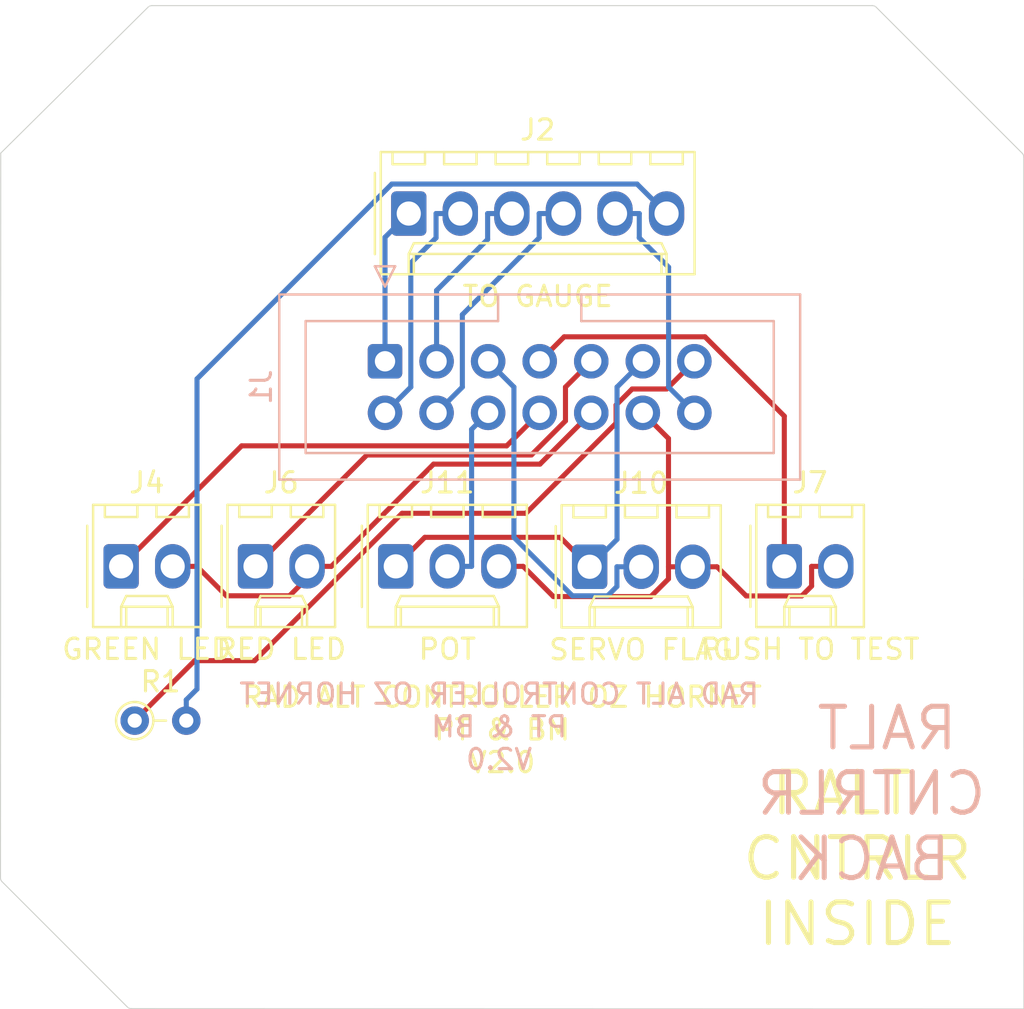
<source format=kicad_pcb>
(kicad_pcb (version 20221018) (generator pcbnew)
  (title_block (title "ABSIS NANO 2.0") (date "jeu. 02 avril 2015") (rev "1") (company "OPENHORNET") (comment 1 "CC BY-NC-SA"))
  (layers (0 "F.Cu" signal) (31 "B.Cu" signal) (34 "B.Paste" user) (35 "F.Paste" user) (36 "B.SilkS" user "B.Silkscreen") (37 "F.SilkS" user "F.Silkscreen") (38 "B.Mask" user) (39 "F.Mask" user) (44 "Edge.Cuts" user))
  (net 0 "")
  (net 1 "/LEDGND")
  (net 2 "/COIL-1")
  (net 3 "/COIL-2")
  (net 4 "/COIL-3")
  (net 5 "/COIL-4")
  (net 6 "/SERVO")
  (net 7 "/BL{slash}12+")
  (net 8 "/BL{slash}12-")
  (net 9 "/GN_LED")
  (net 10 "/POT")
  (net 11 "/PUSH_BUT")
  (net 12 "/GND")
  (net 13 "/RD_LED")
  (net 14 "/5V")
  (net 15 "/BLGND")
  (footprint "MountingHole:MountingHole_2.5mm" (layer "F.Cu") (at 34.81 50.81)
    (fp_text reference "MK1" hide)
    (fp_text value "MH")
    (pad "" np_thru_hole circle (at 0 0) (size 2.5 2.5) (drill 2.5) (layers "*.Cu" "*.Mask"))
  )
  (footprint "MountingHole:MountingHole_2.5mm" (layer "F.Cu") (at 31.81 91.81)
    (fp_text reference "MK2" hide)
    (fp_text value "MH")
    (pad "" np_thru_hole circle (at 0 0) (size 2.5 2.5) (drill 2.5) (layers "*.Cu" "*.Mask"))
  )
  (footprint "MountingHole:MountingHole_2.5mm" (layer "F.Cu") (at 71.81 54.81)
    (fp_text reference "MK3" hide)
    (fp_text value "MH")
    (pad "" np_thru_hole circle (at 0 0) (size 2.5 2.5) (drill 2.5) (layers "*.Cu" "*.Mask"))
  )
  (footprint "Connector_Molex:Molex_KK-254_AE-6410-02A_1x02_P2.54mm_Vertical" (layer "F.Cu") (at 64.66 75.21)
    (fp_text reference "J7" (at 1.27 -4.12) (layer "F.SilkS"))
    (fp_text value "PUSH TO TEST" (at 1.27 4.08) (layer "F.SilkS"))
    (fp_line (start -1.67 -2) (end -1.67 2) (stroke (width 0.12)) (layer "F.SilkS"))
    (fp_line (start -1.38 -3.03) (end -1.38 2.99) (stroke (width 0.12)) (layer "F.SilkS"))
    (fp_line (start -1.38 2.99) (end 3.92 2.99) (stroke (width 0.12)) (layer "F.SilkS"))
    (fp_line (start -0.8 -3.03) (end -0.8 -2.43) (stroke (width 0.12)) (layer "F.SilkS"))
    (fp_line (start -0.8 -2.43) (end 0.8 -2.43) (stroke (width 0.12)) (layer "F.SilkS"))
    (fp_line (start 0 1.99) (end 0.25 1.46) (stroke (width 0.12)) (layer "F.SilkS"))
    (fp_line (start 0 1.99) (end 2.54 1.99) (stroke (width 0.12)) (layer "F.SilkS"))
    (fp_line (start 0 2.99) (end 0 1.99) (stroke (width 0.12)) (layer "F.SilkS"))
    (fp_line (start 0.25 1.46) (end 2.29 1.46) (stroke (width 0.12)) (layer "F.SilkS"))
    (fp_line (start 0.25 2.99) (end 0.25 1.99) (stroke (width 0.12)) (layer "F.SilkS"))
    (fp_line (start 0.8 -2.43) (end 0.8 -3.03) (stroke (width 0.12)) (layer "F.SilkS"))
    (fp_line (start 1.74 -3.03) (end 1.74 -2.43) (stroke (width 0.12)) (layer "F.SilkS"))
    (fp_line (start 1.74 -2.43) (end 3.34 -2.43) (stroke (width 0.12)) (layer "F.SilkS"))
    (fp_line (start 2.29 1.46) (end 2.54 1.99) (stroke (width 0.12)) (layer "F.SilkS"))
    (fp_line (start 2.29 2.99) (end 2.29 1.99) (stroke (width 0.12)) (layer "F.SilkS"))
    (fp_line (start 2.54 1.99) (end 2.54 2.99) (stroke (width 0.12)) (layer "F.SilkS"))
    (fp_line (start 3.34 -2.43) (end 3.34 -3.03) (stroke (width 0.12)) (layer "F.SilkS"))
    (fp_line (start 3.92 -3.03) (end -1.38 -3.03) (stroke (width 0.12)) (layer "F.SilkS"))
    (fp_line (start 3.92 2.99) (end 3.92 -3.03) (stroke (width 0.12)) (layer "F.SilkS"))
    (pad "1" thru_hole roundrect (at 0 0) (size 1.74 2.19) (drill 1.19) (layers "*.Cu" "*.Mask") (roundrect_rratio 0.1436781609) (net 11 "/PUSH_BUT"))
    (pad "2" thru_hole oval (at 2.54 0) (size 1.74 2.19) (drill 1.19) (layers "*.Cu" "*.Mask") (net 12 "/GND"))
  )
  (footprint "Connector_Molex:Molex_KK-254_AE-6410-02A_1x02_P2.54mm_Vertical" (layer "F.Cu") (at 31.99 75.21)
    (fp_text reference "J4" (at 1.27 -4.12) (layer "F.SilkS"))
    (fp_text value "GREEN LED" (at 1.27 4.08) (layer "F.SilkS"))
    (fp_line (start -1.67 -2) (end -1.67 2) (stroke (width 0.12)) (layer "F.SilkS"))
    (fp_line (start -1.38 -3.03) (end -1.38 2.99) (stroke (width 0.12)) (layer "F.SilkS"))
    (fp_line (start -1.38 2.99) (end 3.92 2.99) (stroke (width 0.12)) (layer "F.SilkS"))
    (fp_line (start -0.8 -3.03) (end -0.8 -2.43) (stroke (width 0.12)) (layer "F.SilkS"))
    (fp_line (start -0.8 -2.43) (end 0.8 -2.43) (stroke (width 0.12)) (layer "F.SilkS"))
    (fp_line (start 0 1.99) (end 0.25 1.46) (stroke (width 0.12)) (layer "F.SilkS"))
    (fp_line (start 0 1.99) (end 2.54 1.99) (stroke (width 0.12)) (layer "F.SilkS"))
    (fp_line (start 0 2.99) (end 0 1.99) (stroke (width 0.12)) (layer "F.SilkS"))
    (fp_line (start 0.25 1.46) (end 2.29 1.46) (stroke (width 0.12)) (layer "F.SilkS"))
    (fp_line (start 0.25 2.99) (end 0.25 1.99) (stroke (width 0.12)) (layer "F.SilkS"))
    (fp_line (start 0.8 -2.43) (end 0.8 -3.03) (stroke (width 0.12)) (layer "F.SilkS"))
    (fp_line (start 1.74 -3.03) (end 1.74 -2.43) (stroke (width 0.12)) (layer "F.SilkS"))
    (fp_line (start 1.74 -2.43) (end 3.34 -2.43) (stroke (width 0.12)) (layer "F.SilkS"))
    (fp_line (start 2.29 1.46) (end 2.54 1.99) (stroke (width 0.12)) (layer "F.SilkS"))
    (fp_line (start 2.29 2.99) (end 2.29 1.99) (stroke (width 0.12)) (layer "F.SilkS"))
    (fp_line (start 2.54 1.99) (end 2.54 2.99) (stroke (width 0.12)) (layer "F.SilkS"))
    (fp_line (start 3.34 -2.43) (end 3.34 -3.03) (stroke (width 0.12)) (layer "F.SilkS"))
    (fp_line (start 3.92 -3.03) (end -1.38 -3.03) (stroke (width 0.12)) (layer "F.SilkS"))
    (fp_line (start 3.92 2.99) (end 3.92 -3.03) (stroke (width 0.12)) (layer "F.SilkS"))
    (pad "1" thru_hole roundrect (at 0 0) (size 1.74 2.19) (drill 1.19) (layers "*.Cu" "*.Mask") (roundrect_rratio 0.1436781609) (net 9 "/GN_LED"))
    (pad "2" thru_hole oval (at 2.54 0) (size 1.74 2.19) (drill 1.19) (layers "*.Cu" "*.Mask") (net 1 "/LEDGND"))
  )
  (footprint "Connector_Molex:Molex_KK-254_AE-6410-03A_1x03_P2.54mm_Vertical" (layer "F.Cu") (at 45.52 75.21)
    (fp_text reference "J11" (at 2.54 -4.12) (layer "F.SilkS"))
    (fp_text value "POT" (at 2.54 4.08) (layer "F.SilkS"))
    (fp_line (start -1.67 -2) (end -1.67 2) (stroke (width 0.12)) (layer "F.SilkS"))
    (fp_line (start -1.38 -3.03) (end -1.38 2.99) (stroke (width 0.12)) (layer "F.SilkS"))
    (fp_line (start -1.38 2.99) (end 6.46 2.99) (stroke (width 0.12)) (layer "F.SilkS"))
    (fp_line (start -0.8 -3.03) (end -0.8 -2.43) (stroke (width 0.12)) (layer "F.SilkS"))
    (fp_line (start -0.8 -2.43) (end 0.8 -2.43) (stroke (width 0.12)) (layer "F.SilkS"))
    (fp_line (start 0 1.99) (end 0.25 1.46) (stroke (width 0.12)) (layer "F.SilkS"))
    (fp_line (start 0 1.99) (end 5.08 1.99) (stroke (width 0.12)) (layer "F.SilkS"))
    (fp_line (start 0 2.99) (end 0 1.99) (stroke (width 0.12)) (layer "F.SilkS"))
    (fp_line (start 0.25 1.46) (end 4.83 1.46) (stroke (width 0.12)) (layer "F.SilkS"))
    (fp_line (start 0.25 2.99) (end 0.25 1.99) (stroke (width 0.12)) (layer "F.SilkS"))
    (fp_line (start 0.8 -2.43) (end 0.8 -3.03) (stroke (width 0.12)) (layer "F.SilkS"))
    (fp_line (start 1.74 -3.03) (end 1.74 -2.43) (stroke (width 0.12)) (layer "F.SilkS"))
    (fp_line (start 1.74 -2.43) (end 3.34 -2.43) (stroke (width 0.12)) (layer "F.SilkS"))
    (fp_line (start 3.34 -2.43) (end 3.34 -3.03) (stroke (width 0.12)) (layer "F.SilkS"))
    (fp_line (start 4.28 -3.03) (end 4.28 -2.43) (stroke (width 0.12)) (layer "F.SilkS"))
    (fp_line (start 4.28 -2.43) (end 5.88 -2.43) (stroke (width 0.12)) (layer "F.SilkS"))
    (fp_line (start 4.83 1.46) (end 5.08 1.99) (stroke (width 0.12)) (layer "F.SilkS"))
    (fp_line (start 4.83 2.99) (end 4.83 1.99) (stroke (width 0.12)) (layer "F.SilkS"))
    (fp_line (start 5.08 1.99) (end 5.08 2.99) (stroke (width 0.12)) (layer "F.SilkS"))
    (fp_line (start 5.88 -2.43) (end 5.88 -3.03) (stroke (width 0.12)) (layer "F.SilkS"))
    (fp_line (start 6.46 -3.03) (end -1.38 -3.03) (stroke (width 0.12)) (layer "F.SilkS"))
    (fp_line (start 6.46 2.99) (end 6.46 -3.03) (stroke (width 0.12)) (layer "F.SilkS"))
    (pad "1" thru_hole roundrect (at 0 0) (size 1.74 2.19) (drill 1.19) (layers "*.Cu" "*.Mask") (roundrect_rratio 0.1436781609) (net 14 "/5V"))
    (pad "2" thru_hole oval (at 2.54 0) (size 1.74 2.19) (drill 1.19) (layers "*.Cu" "*.Mask") (net 10 "/POT"))
    (pad "3" thru_hole oval (at 5.08 0) (size 1.74 2.19) (drill 1.19) (layers "*.Cu" "*.Mask") (net 12 "/GND"))
  )
  (footprint "Connector_Molex:Molex_KK-254_AE-6410-06A_1x06_P2.54mm_Vertical" (layer "F.Cu") (at 46.16 57.83)
    (fp_text reference "J2" (at 6.35 -4.12) (layer "F.SilkS"))
    (fp_text value "TO GAUGE" (at 6.35 4.08) (layer "F.SilkS"))
    (fp_line (start -1.67 -2) (end -1.67 2) (stroke (width 0.12)) (layer "F.SilkS"))
    (fp_line (start -1.38 -3.03) (end -1.38 2.99) (stroke (width 0.12)) (layer "F.SilkS"))
    (fp_line (start -1.38 2.99) (end 14.08 2.99) (stroke (width 0.12)) (layer "F.SilkS"))
    (fp_line (start -0.8 -3.03) (end -0.8 -2.43) (stroke (width 0.12)) (layer "F.SilkS"))
    (fp_line (start -0.8 -2.43) (end 0.8 -2.43) (stroke (width 0.12)) (layer "F.SilkS"))
    (fp_line (start 0 1.99) (end 0.25 1.46) (stroke (width 0.12)) (layer "F.SilkS"))
    (fp_line (start 0 1.99) (end 12.7 1.99) (stroke (width 0.12)) (layer "F.SilkS"))
    (fp_line (start 0 2.99) (end 0 1.99) (stroke (width 0.12)) (layer "F.SilkS"))
    (fp_line (start 0.25 1.46) (end 12.45 1.46) (stroke (width 0.12)) (layer "F.SilkS"))
    (fp_line (start 0.25 2.99) (end 0.25 1.99) (stroke (width 0.12)) (layer "F.SilkS"))
    (fp_line (start 0.8 -2.43) (end 0.8 -3.03) (stroke (width 0.12)) (layer "F.SilkS"))
    (fp_line (start 1.74 -3.03) (end 1.74 -2.43) (stroke (width 0.12)) (layer "F.SilkS"))
    (fp_line (start 1.74 -2.43) (end 3.34 -2.43) (stroke (width 0.12)) (layer "F.SilkS"))
    (fp_line (start 3.34 -2.43) (end 3.34 -3.03) (stroke (width 0.12)) (layer "F.SilkS"))
    (fp_line (start 4.28 -3.03) (end 4.28 -2.43) (stroke (width 0.12)) (layer "F.SilkS"))
    (fp_line (start 4.28 -2.43) (end 5.88 -2.43) (stroke (width 0.12)) (layer "F.SilkS"))
    (fp_line (start 5.88 -2.43) (end 5.88 -3.03) (stroke (width 0.12)) (layer "F.SilkS"))
    (fp_line (start 6.82 -3.03) (end 6.82 -2.43) (stroke (width 0.12)) (layer "F.SilkS"))
    (fp_line (start 6.82 -2.43) (end 8.42 -2.43) (stroke (width 0.12)) (layer "F.SilkS"))
    (fp_line (start 8.42 -2.43) (end 8.42 -3.03) (stroke (width 0.12)) (layer "F.SilkS"))
    (fp_line (start 9.36 -3.03) (end 9.36 -2.43) (stroke (width 0.12)) (layer "F.SilkS"))
    (fp_line (start 9.36 -2.43) (end 10.96 -2.43) (stroke (width 0.12)) (layer "F.SilkS"))
    (fp_line (start 10.96 -2.43) (end 10.96 -3.03) (stroke (width 0.12)) (layer "F.SilkS"))
    (fp_line (start 11.9 -3.03) (end 11.9 -2.43) (stroke (width 0.12)) (layer "F.SilkS"))
    (fp_line (start 11.9 -2.43) (end 13.5 -2.43) (stroke (width 0.12)) (layer "F.SilkS"))
    (fp_line (start 12.45 1.46) (end 12.7 1.99) (stroke (width 0.12)) (layer "F.SilkS"))
    (fp_line (start 12.45 2.99) (end 12.45 1.99) (stroke (width 0.12)) (layer "F.SilkS"))
    (fp_line (start 12.7 1.99) (end 12.7 2.99) (stroke (width 0.12)) (layer "F.SilkS"))
    (fp_line (start 13.5 -2.43) (end 13.5 -3.03) (stroke (width 0.12)) (layer "F.SilkS"))
    (fp_line (start 14.08 -3.03) (end -1.38 -3.03) (stroke (width 0.12)) (layer "F.SilkS"))
    (fp_line (start 14.08 2.99) (end 14.08 -3.03) (stroke (width 0.12)) (layer "F.SilkS"))
    (pad "1" thru_hole roundrect (at 0 0) (size 1.74 2.19) (drill 1.19) (layers "*.Cu" "*.Mask") (roundrect_rratio 0.1436781609) (net 2 "/COIL-1"))
    (pad "2" thru_hole oval (at 2.54 0) (size 1.74 2.19) (drill 1.19) (layers "*.Cu" "*.Mask") (net 3 "/COIL-2"))
    (pad "3" thru_hole oval (at 5.08 0) (size 1.74 2.19) (drill 1.19) (layers "*.Cu" "*.Mask") (net 4 "/COIL-3"))
    (pad "4" thru_hole oval (at 7.62 0) (size 1.74 2.19) (drill 1.19) (layers "*.Cu" "*.Mask") (net 5 "/COIL-4"))
    (pad "5" thru_hole oval (at 10.16 0) (size 1.74 2.19) (drill 1.19) (layers "*.Cu" "*.Mask") (net 7 "/BL{slash}12+"))
    (pad "6" thru_hole oval (at 12.7 0) (size 1.74 2.19) (drill 1.19) (layers "*.Cu" "*.Mask") (net 15 "/BLGND"))
  )
  (footprint "Resistor_THT:R_Axial_DIN0204_L3.6mm_D1.6mm_P2.54mm_Vertical" (layer "F.Cu") (at 32.66 82.81)
    (fp_text reference "R1" (at 1.27 -1.92) (layer "F.SilkS"))
    (fp_text value "R")
    (fp_line (start 0.92 0) (end 1.54 0) (stroke (width 0.12)) (layer "F.SilkS"))
    (fp_circle (center 0 0) (end 0.92 0) (stroke (width 0.12)) (fill none) (layer "F.SilkS"))
    (pad "1" thru_hole circle (at 0 0) (size 1.4 1.4) (drill 0.7) (layers "*.Cu" "*.Mask") (net 8 "/BL{slash}12-"))
    (pad "2" thru_hole oval (at 2.54 0) (size 1.4 1.4) (drill 0.7) (layers "*.Cu" "*.Mask") (net 15 "/BLGND"))
  )
  (footprint "Connector_Molex:Molex_KK-254_AE-6410-03A_1x03_P2.54mm_Vertical" (layer "F.Cu") (at 55.07 75.23)
    (fp_text reference "J10" (at 2.54 -4.12) (layer "F.SilkS"))
    (fp_text value "SERVO FLAG" (at 2.54 4.08) (layer "F.SilkS"))
    (fp_line (start -1.67 -2) (end -1.67 2) (stroke (width 0.12)) (layer "F.SilkS"))
    (fp_line (start -1.38 -3.03) (end -1.38 2.99) (stroke (width 0.12)) (layer "F.SilkS"))
    (fp_line (start -1.38 2.99) (end 6.46 2.99) (stroke (width 0.12)) (layer "F.SilkS"))
    (fp_line (start -0.8 -3.03) (end -0.8 -2.43) (stroke (width 0.12)) (layer "F.SilkS"))
    (fp_line (start -0.8 -2.43) (end 0.8 -2.43) (stroke (width 0.12)) (layer "F.SilkS"))
    (fp_line (start 0 1.99) (end 0.25 1.46) (stroke (width 0.12)) (layer "F.SilkS"))
    (fp_line (start 0 1.99) (end 5.08 1.99) (stroke (width 0.12)) (layer "F.SilkS"))
    (fp_line (start 0 2.99) (end 0 1.99) (stroke (width 0.12)) (layer "F.SilkS"))
    (fp_line (start 0.25 1.46) (end 4.83 1.46) (stroke (width 0.12)) (layer "F.SilkS"))
    (fp_line (start 0.25 2.99) (end 0.25 1.99) (stroke (width 0.12)) (layer "F.SilkS"))
    (fp_line (start 0.8 -2.43) (end 0.8 -3.03) (stroke (width 0.12)) (layer "F.SilkS"))
    (fp_line (start 1.74 -3.03) (end 1.74 -2.43) (stroke (width 0.12)) (layer "F.SilkS"))
    (fp_line (start 1.74 -2.43) (end 3.34 -2.43) (stroke (width 0.12)) (layer "F.SilkS"))
    (fp_line (start 3.34 -2.43) (end 3.34 -3.03) (stroke (width 0.12)) (layer "F.SilkS"))
    (fp_line (start 4.28 -3.03) (end 4.28 -2.43) (stroke (width 0.12)) (layer "F.SilkS"))
    (fp_line (start 4.28 -2.43) (end 5.88 -2.43) (stroke (width 0.12)) (layer "F.SilkS"))
    (fp_line (start 4.83 1.46) (end 5.08 1.99) (stroke (width 0.12)) (layer "F.SilkS"))
    (fp_line (start 4.83 2.99) (end 4.83 1.99) (stroke (width 0.12)) (layer "F.SilkS"))
    (fp_line (start 5.08 1.99) (end 5.08 2.99) (stroke (width 0.12)) (layer "F.SilkS"))
    (fp_line (start 5.88 -2.43) (end 5.88 -3.03) (stroke (width 0.12)) (layer "F.SilkS"))
    (fp_line (start 6.46 -3.03) (end -1.38 -3.03) (stroke (width 0.12)) (layer "F.SilkS"))
    (fp_line (start 6.46 2.99) (end 6.46 -3.03) (stroke (width 0.12)) (layer "F.SilkS"))
    (pad "1" thru_hole roundrect (at 0 0) (size 1.74 2.19) (drill 1.19) (layers "*.Cu" "*.Mask") (roundrect_rratio 0.1436781609) (net 14 "/5V"))
    (pad "2" thru_hole oval (at 2.54 0) (size 1.74 2.19) (drill 1.19) (layers "*.Cu" "*.Mask") (net 6 "/SERVO"))
    (pad "3" thru_hole oval (at 5.08 0) (size 1.74 2.19) (drill 1.19) (layers "*.Cu" "*.Mask") (net 12 "/GND"))
  )
  (footprint "Connector_Molex:Molex_KK-254_AE-6410-02A_1x02_P2.54mm_Vertical" (layer "F.Cu") (at 38.61 75.21)
    (fp_text reference "J6" (at 1.27 -4.12) (layer "F.SilkS"))
    (fp_text value "RED LED" (at 1.27 4.08) (layer "F.SilkS"))
    (fp_line (start -1.67 -2) (end -1.67 2) (stroke (width 0.12)) (layer "F.SilkS"))
    (fp_line (start -1.38 -3.03) (end -1.38 2.99) (stroke (width 0.12)) (layer "F.SilkS"))
    (fp_line (start -1.38 2.99) (end 3.92 2.99) (stroke (width 0.12)) (layer "F.SilkS"))
    (fp_line (start -0.8 -3.03) (end -0.8 -2.43) (stroke (width 0.12)) (layer "F.SilkS"))
    (fp_line (start -0.8 -2.43) (end 0.8 -2.43) (stroke (width 0.12)) (layer "F.SilkS"))
    (fp_line (start 0 1.99) (end 0.25 1.46) (stroke (width 0.12)) (layer "F.SilkS"))
    (fp_line (start 0 1.99) (end 2.54 1.99) (stroke (width 0.12)) (layer "F.SilkS"))
    (fp_line (start 0 2.99) (end 0 1.99) (stroke (width 0.12)) (layer "F.SilkS"))
    (fp_line (start 0.25 1.46) (end 2.29 1.46) (stroke (width 0.12)) (layer "F.SilkS"))
    (fp_line (start 0.25 2.99) (end 0.25 1.99) (stroke (width 0.12)) (layer "F.SilkS"))
    (fp_line (start 0.8 -2.43) (end 0.8 -3.03) (stroke (width 0.12)) (layer "F.SilkS"))
    (fp_line (start 1.74 -3.03) (end 1.74 -2.43) (stroke (width 0.12)) (layer "F.SilkS"))
    (fp_line (start 1.74 -2.43) (end 3.34 -2.43) (stroke (width 0.12)) (layer "F.SilkS"))
    (fp_line (start 2.29 1.46) (end 2.54 1.99) (stroke (width 0.12)) (layer "F.SilkS"))
    (fp_line (start 2.29 2.99) (end 2.29 1.99) (stroke (width 0.12)) (layer "F.SilkS"))
    (fp_line (start 2.54 1.99) (end 2.54 2.99) (stroke (width 0.12)) (layer "F.SilkS"))
    (fp_line (start 3.34 -2.43) (end 3.34 -3.03) (stroke (width 0.12)) (layer "F.SilkS"))
    (fp_line (start 3.92 -3.03) (end -1.38 -3.03) (stroke (width 0.12)) (layer "F.SilkS"))
    (fp_line (start 3.92 2.99) (end 3.92 -3.03) (stroke (width 0.12)) (layer "F.SilkS"))
    (pad "1" thru_hole roundrect (at 0 0) (size 1.74 2.19) (drill 1.19) (layers "*.Cu" "*.Mask") (roundrect_rratio 0.1436781609) (net 13 "/RD_LED"))
    (pad "2" thru_hole oval (at 2.54 0) (size 1.74 2.19) (drill 1.19) (layers "*.Cu" "*.Mask") (net 1 "/LEDGND"))
  )
  (footprint "Connector_IDC:IDC-Header_2x07_P2.54mm_Vertical" (layer "B.Cu") (at 44.99 65.1075 -90)
    (fp_text reference "J1" (at 1.27 6.1 90) (layer "B.SilkS") (effects (justify mirror)))
    (fp_text value "RADIO_ALT")
    (fp_line (start -4.68 -0.5) (end -3.68 0) (stroke (width 0.12)) (layer "B.SilkS"))
    (fp_line (start -4.68 0.5) (end -4.68 -0.5) (stroke (width 0.12)) (layer "B.SilkS"))
    (fp_line (start -3.68 0) (end -4.68 0.5) (stroke (width 0.12)) (layer "B.SilkS"))
    (fp_line (start -3.29 -20.45) (end -3.29 5.21) (stroke (width 0.12)) (layer "B.SilkS"))
    (fp_line (start -3.29 -5.57) (end -1.98 -5.57) (stroke (width 0.12)) (layer "B.SilkS"))
    (fp_line (start -3.29 5.21) (end 5.83 5.21) (stroke (width 0.12)) (layer "B.SilkS"))
    (fp_line (start -1.98 -19.15) (end -1.98 -9.67) (stroke (width 0.12)) (layer "B.SilkS"))
    (fp_line (start -1.98 -9.67) (end -3.29 -9.67) (stroke (width 0.12)) (layer "B.SilkS"))
    (fp_line (start -1.98 -9.67) (end -1.98 -9.67) (stroke (width 0.12)) (layer "B.SilkS"))
    (fp_line (start -1.98 -5.57) (end -1.98 3.91) (stroke (width 0.12)) (layer "B.SilkS"))
    (fp_line (start -1.98 3.91) (end 4.52 3.91) (stroke (width 0.12)) (layer "B.SilkS"))
    (fp_line (start 4.52 -19.15) (end -1.98 -19.15) (stroke (width 0.12)) (layer "B.SilkS"))
    (fp_line (start 4.52 3.91) (end 4.52 -19.15) (stroke (width 0.12)) (layer "B.SilkS"))
    (fp_line (start 5.83 -20.45) (end -3.29 -20.45) (stroke (width 0.12)) (layer "B.SilkS"))
    (fp_line (start 5.83 5.21) (end 5.83 -20.45) (stroke (width 0.12)) (layer "B.SilkS"))
    (pad "1" thru_hole roundrect (at 0 0 270) (size 1.7 1.7) (drill 1) (layers "*.Cu" "*.Mask") (roundrect_rratio 0.1470588235) (net 2 "/COIL-1"))
    (pad "2" thru_hole circle (at 2.54 0 270) (size 1.7 1.7) (drill 1) (layers "*.Cu" "*.Mask") (net 3 "/COIL-2"))
    (pad "3" thru_hole circle (at 0 -2.54 270) (size 1.7 1.7) (drill 1) (layers "*.Cu" "*.Mask") (net 4 "/COIL-3"))
    (pad "4" thru_hole circle (at 2.54 -2.54 270) (size 1.7 1.7) (drill 1) (layers "*.Cu" "*.Mask") (net 5 "/COIL-4"))
    (pad "5" thru_hole circle (at 0 -5.08 270) (size 1.7 1.7) (drill 1) (layers "*.Cu" "*.Mask") (net 6 "/SERVO"))
    (pad "6" thru_hole circle (at 2.54 -5.08 270) (size 1.7 1.7) (drill 1) (layers "*.Cu" "*.Mask") (net 10 "/POT"))
    (pad "7" thru_hole circle (at 0 -7.62 270) (size 1.7 1.7) (drill 1) (layers "*.Cu" "*.Mask") (net 11 "/PUSH_BUT"))
    (pad "8" thru_hole circle (at 2.54 -7.62 270) (size 1.7 1.7) (drill 1) (layers "*.Cu" "*.Mask") (net 9 "/GN_LED"))
    (pad "9" thru_hole circle (at 0 -10.16 270) (size 1.7 1.7) (drill 1) (layers "*.Cu" "*.Mask") (net 13 "/RD_LED"))
    (pad "10" thru_hole circle (at 2.54 -10.16 270) (size 1.7 1.7) (drill 1) (layers "*.Cu" "*.Mask") (net 1 "/LEDGND"))
    (pad "11" thru_hole circle (at 0 -12.7 270) (size 1.7 1.7) (drill 1) (layers "*.Cu" "*.Mask") (net 14 "/5V"))
    (pad "12" thru_hole circle (at 2.54 -12.7 270) (size 1.7 1.7) (drill 1) (layers "*.Cu" "*.Mask") (net 12 "/GND"))
    (pad "13" thru_hole circle (at 0 -15.24 270) (size 1.7 1.7) (drill 1) (layers "*.Cu" "*.Mask") (net 8 "/BL{slash}12-"))
    (pad "14" thru_hole circle (at 2.54 -15.24 270) (size 1.7 1.7) (drill 1) (layers "*.Cu" "*.Mask") (net 7 "/BL{slash}12+"))
  )
  (gr_line (start 26.127407 90.746639) (end 32.298293 96.917525) (stroke (width 0.05)) (layer "Edge.Cuts"))
  (gr_line (start 76.46 97.01) (end 76.45324 75.848151) (stroke (width 0.05)) (layer "Edge.Cuts"))
  (gr_arc (start 26.127407 90.746639) (mid 26.068878 90.659045) (end 26.048326 90.55572) (stroke (width 0.05)) (layer "Edge.Cuts"))
  (gr_arc (start 68.996355 47.587007) (mid 69.099679 47.60756) (end 69.187273 47.666089) (stroke (width 0.05)) (layer "Edge.Cuts"))
  (gr_line (start 32.489212 96.996607) (end 76.46 97.01) (stroke (width 0.05)) (layer "Edge.Cuts"))
  (gr_line (start 33.314293 47.666089) (end 26.06 54.852975) (stroke (width 0.05)) (layer "Edge.Cuts"))
  (gr_arc (start 32.489211 96.996607) (mid 32.385887 96.976054) (end 32.298293 96.917525) (stroke (width 0.05)) (layer "Edge.Cuts"))
  (gr_arc (start 33.314293 47.666088) (mid 33.401887 47.607559) (end 33.505212 47.587007) (stroke (width 0.05)) (layer "Edge.Cuts"))
  (gr_line (start 26.06 54.852975) (end 26.048326 90.55572) (stroke (width 0.05)) (layer "Edge.Cuts"))
  (gr_arc (start 76.374159 54.852975) (mid 76.432688 54.940569) (end 76.45324 55.043894) (stroke (width 0.05)) (layer "Edge.Cuts"))
  (gr_line (start 76.45324 75.848151) (end 76.45324 55.043894) (stroke (width 0.05)) (layer "Edge.Cuts"))
  (gr_line (start 68.996354 47.587007) (end 33.505212 47.587007) (stroke (width 0.05)) (layer "Edge.Cuts"))
  (gr_line (start 76.374159 54.852975) (end 69.187273 47.666089) (stroke (width 0.05)) (layer "Edge.Cuts"))
  (gr_text "RALT \nCNTRLR\nBACK" (at 68.96 86.41) (layer "B.SilkS") (effects (font (size 2 2) (thickness 0.25)) (justify mirror)))
  (gr_text "RAD ALT CONTROLLER OZ HORNET\nPT & BM\nV2.0\n" (at 50.61 83.11) (layer "B.SilkS") (effects (font (size 1 1)) (justify mirror)))
  (gr_text "RALT \nCNTRLR\nINSIDE\n" (at 68.26 89.61) (layer "F.SilkS") (effects (font (size 2 2) (thickness 0.25))))
  (gr_text "RAD ALT CONTROLLER OZ HORNET\nPT & BM\nV2.0\n" (at 50.76 83.26) (layer "F.SilkS") (effects (font (size 1 1))))
  (segment (start 34.53 75.21) (end 35.7253 75.21) (width 0.25) (layer "F.Cu") (net 1))
  (segment (start 41.7477 75.21) (end 41.7337 75.21) (width 0.25) (layer "F.Cu") (net 1))
  (segment (start 47.3814 70.1739) (end 42.3453 75.21) (width 0.25) (layer "F.Cu") (net 1))
  (segment (start 52.6236 70.1739) (end 47.3814 70.1739) (width 0.25) (layer "F.Cu") (net 1))
  (segment (start 41.7337 75.21) (end 40.2843 76.6594) (width 0.25) (layer "F.Cu") (net 1))
  (segment (start 41.7477 75.21) (end 42.3453 75.21) (width 0.25) (layer "F.Cu") (net 1))
  (segment (start 37.1747 76.6594) (end 35.7253 75.21) (width 0.25) (layer "F.Cu") (net 1))
  (segment (start 55.15 67.6475) (end 52.6236 70.1739) (width 0.25) (layer "F.Cu") (net 1))
  (segment (start 41.15 75.21) (end 41.7337 75.21) (width 0.25) (layer "F.Cu") (net 1))
  (segment (start 40.2843 76.6594) (end 37.1747 76.6594) (width 0.25) (layer "F.Cu") (net 1))
  (segment (start 44.99 65.1075) (end 44.99 59) (width 0.25) (layer "B.Cu") (net 2))
  (segment (start 44.99 59) (end 46.16 57.83) (width 0.25) (layer "B.Cu") (net 2))
  (segment (start 44.99 67.6475) (end 46.2605 66.377) (width 0.25) (layer "B.Cu") (net 3))
  (segment (start 46.2605 60.2695) (end 47.5047 59.0253) (width 0.25) (layer "B.Cu") (net 3))
  (segment (start 46.2605 66.377) (end 46.2605 60.2695) (width 0.25) (layer "B.Cu") (net 3))
  (segment (start 48.7 57.83) (end 47.5047 57.83) (width 0.25) (layer "B.Cu") (net 3))
  (segment (start 47.5047 59.0253) (end 47.5047 57.83) (width 0.25) (layer "B.Cu") (net 3))
  (segment (start 50.0447 59.1021) (end 50.0447 57.83) (width 0.25) (layer "B.Cu") (net 4))
  (segment (start 47.53 61.6168) (end 50.0447 59.1021) (width 0.25) (layer "B.Cu") (net 4))
  (segment (start 51.24 57.83) (end 50.0447 57.83) (width 0.25) (layer "B.Cu") (net 4))
  (segment (start 47.53 65.1075) (end 47.53 61.6168) (width 0.25) (layer "B.Cu") (net 4))
  (segment (start 48.8 62.81) (end 52.5847 59.0253) (width 0.25) (layer "B.Cu") (net 5))
  (segment (start 52.5847 59.0253) (end 52.5847 57.83) (width 0.25) (layer "B.Cu") (net 5))
  (segment (start 47.53 67.6475) (end 48.8 66.3775) (width 0.25) (layer "B.Cu") (net 5))
  (segment (start 53.78 57.83) (end 52.5847 57.83) (width 0.25) (layer "B.Cu") (net 5))
  (segment (start 48.8 66.3775) (end 48.8 62.81) (width 0.25) (layer "B.Cu") (net 5))
  (segment (start 51.34 73.78) (end 54.2208 76.6608) (width 0.25) (layer "B.Cu") (net 6))
  (segment (start 57.61 75.23) (end 56.4147 75.23) (width 0.25) (layer "B.Cu") (net 6))
  (segment (start 54.2208 76.6608) (end 55.9551 76.6608) (width 0.25) (layer "B.Cu") (net 6))
  (segment (start 51.34 66.3775) (end 51.34 73.78) (width 0.25) (layer "B.Cu") (net 6))
  (segment (start 50.07 65.1075) (end 51.34 66.3775) (width 0.25) (layer "B.Cu") (net 6))
  (segment (start 56.4147 76.2012) (end 56.4147 75.23) (width 0.25) (layer "B.Cu") (net 6))
  (segment (start 55.9551 76.6608) (end 56.4147 76.2012) (width 0.25) (layer "B.Cu") (net 6))
  (segment (start 60.23 67.6475) (end 58.96 66.3775) (width 0.25) (layer "B.Cu") (net 7))
  (segment (start 57.5153 59.0253) (end 57.5153 57.83) (width 0.25) (layer "B.Cu") (net 7))
  (segment (start 58.96 60.47) (end 57.5153 59.0253) (width 0.25) (layer "B.Cu") (net 7))
  (segment (start 58.96 66.3775) (end 58.96 60.47) (width 0.25) (layer "B.Cu") (net 7))
  (segment (start 56.32 57.83) (end 57.5153 57.83) (width 0.25) (layer "B.Cu") (net 7))
  (segment (start 56.3723 67.2642) (end 56.3723 68.1562) (width 0.25) (layer "F.Cu") (net 8))
  (segment (start 51.932 72.5965) (end 45.8278 72.5965) (width 0.25) (layer "F.Cu") (net 8))
  (segment (start 58.8654 66.4721) (end 57.1644 66.4721) (width 0.25) (layer "F.Cu") (net 8))
  (segment (start 56.3723 68.1562) (end 51.932 72.5965) (width 0.25) (layer "F.Cu") (net 8))
  (segment (start 60.23 65.1075) (end 58.8654 66.4721) (width 0.25) (layer "F.Cu") (net 8))
  (segment (start 35.6147 79.8553) (end 32.66 82.81) (width 0.25) (layer "F.Cu") (net 8))
  (segment (start 57.1644 66.4721) (end 56.3723 67.2642) (width 0.25) (layer "F.Cu") (net 8))
  (segment (start 38.569 79.8553) (end 35.6147 79.8553) (width 0.25) (layer "F.Cu") (net 8))
  (segment (start 45.8278 72.5965) (end 38.569 79.8553) (width 0.25) (layer "F.Cu") (net 8))
  (segment (start 50.9843 69.2732) (end 37.9268 69.2732) (width 0.25) (layer "F.Cu") (net 9))
  (segment (start 37.9268 69.2732) (end 31.99 75.21) (width 0.25) (layer "F.Cu") (net 9))
  (segment (start 52.61 67.6475) (end 50.9843 69.2732) (width 0.25) (layer "F.Cu") (net 9))
  (segment (start 50.07 67.6475) (end 49.2553 68.4622) (width 0.25) (layer "B.Cu") (net 10))
  (segment (start 48.06 75.21) (end 49.2553 75.21) (width 0.25) (layer "B.Cu") (net 10))
  (segment (start 49.2553 68.4622) (end 49.2553 75.21) (width 0.25) (layer "B.Cu") (net 10))
  (segment (start 53.8155 63.902) (end 60.7522 63.902) (width 0.25) (layer "F.Cu") (net 11))
  (segment (start 60.7522 63.902) (end 64.66 67.8098) (width 0.25) (layer "F.Cu") (net 11))
  (segment (start 52.61 65.1075) (end 53.8155 63.902) (width 0.25) (layer "F.Cu") (net 11))
  (segment (start 64.66 67.8098) (end 64.66 75.21) (width 0.25) (layer "F.Cu") (net 11))
  (segment (start 67.2 75.21) (end 66.0047 75.21) (width 0.25) (layer "F.Cu") (net 12))
  (segment (start 57.69 67.6475) (end 58.9547 68.9122) (width 0.25) (layer "F.Cu") (net 12))
  (segment (start 50.6 75.21) (end 51.7953 75.21) (width 0.25) (layer "F.Cu") (net 12))
  (segment (start 58.0846 76.6977) (end 58.9547 75.8276) (width 0.25) (layer "F.Cu") (net 12))
  (segment (start 61.3453 75.23) (end 62.7828 76.6675) (width 0.25) (layer "F.Cu") (net 12))
  (segment (start 62.7828 76.6675) (end 65.5184 76.6675) (width 0.25) (layer "F.Cu") (net 12))
  (segment (start 58.9547 68.9122) (end 58.9547 75.23) (width 0.25) (layer "F.Cu") (net 12))
  (segment (start 51.7953 75.21) (end 53.283 76.6977) (width 0.25) (layer "F.Cu") (net 12))
  (segment (start 60.15 75.23) (end 61.3453 75.23) (width 0.25) (layer "F.Cu") (net 12))
  (segment (start 60.15 75.23) (end 58.9547 75.23) (width 0.25) (layer "F.Cu") (net 12))
  (segment (start 58.9547 75.8276) (end 58.9547 75.23) (width 0.25) (layer "F.Cu") (net 12))
  (segment (start 65.5184 76.6675) (end 66.0047 76.1812) (width 0.25) (layer "F.Cu") (net 12))
  (segment (start 66.0047 76.1812) (end 66.0047 75.21) (width 0.25) (layer "F.Cu") (net 12))
  (segment (start 53.283 76.6977) (end 58.0846 76.6977) (width 0.25) (layer "F.Cu") (net 12))
  (segment (start 55.15 65.1075) (end 53.88 66.3775) (width 0.25) (layer "F.Cu") (net 13))
  (segment (start 44.0965 69.7235) (end 38.61 75.21) (width 0.25) (layer "F.Cu") (net 13))
  (segment (start 52.2004 69.7235) (end 44.0965 69.7235) (width 0.25) (layer "F.Cu") (net 13))
  (segment (start 53.88 66.3775) (end 53.88 68.0439) (width 0.25) (layer "F.Cu") (net 13))
  (segment (start 53.88 68.0439) (end 52.2004 69.7235) (width 0.25) (layer "F.Cu") (net 13))
  (segment (start 55.07 75.23) (end 53.6202 73.7802) (width 0.25) (layer "F.Cu") (net 14))
  (segment (start 46.9498 73.7802) (end 45.52 75.21) (width 0.25) (layer "F.Cu") (net 14))
  (segment (start 53.6202 73.7802) (end 46.9498 73.7802) (width 0.25) (layer "F.Cu") (net 14))
  (segment (start 56.4201 66.3774) (end 56.4201 73.8799) (width 0.25) (layer "B.Cu") (net 14))
  (segment (start 57.69 65.1075) (end 56.4201 66.3774) (width 0.25) (layer "B.Cu") (net 14))
  (segment (start 56.4201 73.8799) (end 55.07 75.23) (width 0.25) (layer "B.Cu") (net 14))
  (segment (start 35.7282 65.9738) (end 45.3258 56.3762) (width 0.25) (layer "B.Cu") (net 15))
  (segment (start 35.2 82.81) (end 35.2 81.7847) (width 0.25) (layer "B.Cu") (net 15))
  (segment (start 57.4062 56.3762) (end 58.86 57.83) (width 0.25) (layer "B.Cu") (net 15))
  (segment (start 35.7282 81.2565) (end 35.7282 65.9738) (width 0.25) (layer "B.Cu") (net 15))
  (segment (start 45.3258 56.3762) (end 57.4062 56.3762) (width 0.25) (layer "B.Cu") (net 15))
  (segment (start 35.2 81.7847) (end 35.7282 81.2565) (width 0.25) (layer "B.Cu") (net 15))
)
</source>
